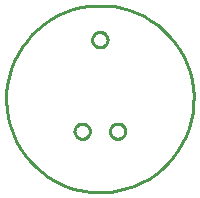
<source format=gbr>
G04 EAGLE Gerber RS-274X export*
G75*
%MOMM*%
%FSLAX34Y34*%
%LPD*%
%IN*%
%IPPOS*%
%AMOC8*
5,1,8,0,0,1.08239X$1,22.5*%
G01*
%ADD10C,0.254000*%


D10*
X-9090Y-78780D02*
X9090Y-78780D01*
X15922Y-77688D01*
X22632Y-76005D01*
X29170Y-73743D01*
X35486Y-70920D01*
X41532Y-67557D01*
X47262Y-63680D01*
X52632Y-59319D01*
X57602Y-54506D01*
X62133Y-49278D01*
X66192Y-43675D01*
X69747Y-37740D01*
X72770Y-31518D01*
X75241Y-25056D01*
X77138Y-18403D01*
X78448Y-11610D01*
X79162Y-4728D01*
X79272Y2189D01*
X78780Y9090D01*
X77688Y15922D01*
X76005Y22632D01*
X73743Y29170D01*
X70920Y35486D01*
X67557Y41532D01*
X63680Y47262D01*
X59319Y52632D01*
X54506Y57602D01*
X49278Y62133D01*
X43675Y66192D01*
X37740Y69747D01*
X31518Y72770D01*
X25056Y75241D01*
X18403Y77138D01*
X11610Y78448D01*
X9090Y78780D01*
X-9090Y78780D01*
X-15922Y77688D01*
X-22632Y76005D01*
X-29170Y73743D01*
X-35486Y70920D01*
X-41532Y67557D01*
X-47262Y63680D01*
X-52632Y59319D01*
X-57602Y54506D01*
X-62133Y49278D01*
X-66192Y43675D01*
X-69747Y37740D01*
X-72770Y31518D01*
X-75241Y25056D01*
X-77138Y18403D01*
X-78448Y11610D01*
X-79162Y4728D01*
X-79272Y-2189D01*
X-78780Y-9090D01*
X-77688Y-15922D01*
X-76005Y-22632D01*
X-73743Y-29170D01*
X-70920Y-35486D01*
X-67557Y-41532D01*
X-63680Y-47262D01*
X-59319Y-52632D01*
X-54506Y-57602D01*
X-49278Y-62133D01*
X-43675Y-66192D01*
X-37740Y-69747D01*
X-31518Y-72770D01*
X-25056Y-75241D01*
X-18403Y-77138D01*
X-11610Y-78448D01*
X-9090Y-78780D01*
X-8500Y-27819D02*
X-8563Y-28455D01*
X-8687Y-29081D01*
X-8873Y-29692D01*
X-9117Y-30282D01*
X-9418Y-30846D01*
X-9773Y-31377D01*
X-10178Y-31870D01*
X-10630Y-32322D01*
X-11123Y-32727D01*
X-11654Y-33082D01*
X-12218Y-33383D01*
X-12808Y-33627D01*
X-13419Y-33813D01*
X-14045Y-33937D01*
X-14681Y-34000D01*
X-15319Y-34000D01*
X-15955Y-33937D01*
X-16581Y-33813D01*
X-17192Y-33627D01*
X-17782Y-33383D01*
X-18346Y-33082D01*
X-18877Y-32727D01*
X-19370Y-32322D01*
X-19822Y-31870D01*
X-20227Y-31377D01*
X-20582Y-30846D01*
X-20883Y-30282D01*
X-21127Y-29692D01*
X-21313Y-29081D01*
X-21437Y-28455D01*
X-21500Y-27819D01*
X-21500Y-27181D01*
X-21437Y-26545D01*
X-21313Y-25919D01*
X-21127Y-25308D01*
X-20883Y-24718D01*
X-20582Y-24154D01*
X-20227Y-23623D01*
X-19822Y-23130D01*
X-19370Y-22678D01*
X-18877Y-22273D01*
X-18346Y-21918D01*
X-17782Y-21617D01*
X-17192Y-21373D01*
X-16581Y-21187D01*
X-15955Y-21063D01*
X-15319Y-21000D01*
X-14681Y-21000D01*
X-14045Y-21063D01*
X-13419Y-21187D01*
X-12808Y-21373D01*
X-12218Y-21617D01*
X-11654Y-21918D01*
X-11123Y-22273D01*
X-10630Y-22678D01*
X-10178Y-23130D01*
X-9773Y-23623D01*
X-9418Y-24154D01*
X-9117Y-24718D01*
X-8873Y-25308D01*
X-8687Y-25919D01*
X-8563Y-26545D01*
X-8500Y-27181D01*
X-8500Y-27819D01*
X21500Y-27819D02*
X21437Y-28455D01*
X21313Y-29081D01*
X21127Y-29692D01*
X20883Y-30282D01*
X20582Y-30846D01*
X20227Y-31377D01*
X19822Y-31870D01*
X19370Y-32322D01*
X18877Y-32727D01*
X18346Y-33082D01*
X17782Y-33383D01*
X17192Y-33627D01*
X16581Y-33813D01*
X15955Y-33937D01*
X15319Y-34000D01*
X14681Y-34000D01*
X14045Y-33937D01*
X13419Y-33813D01*
X12808Y-33627D01*
X12218Y-33383D01*
X11654Y-33082D01*
X11123Y-32727D01*
X10630Y-32322D01*
X10178Y-31870D01*
X9773Y-31377D01*
X9418Y-30846D01*
X9117Y-30282D01*
X8873Y-29692D01*
X8687Y-29081D01*
X8563Y-28455D01*
X8500Y-27819D01*
X8500Y-27181D01*
X8563Y-26545D01*
X8687Y-25919D01*
X8873Y-25308D01*
X9117Y-24718D01*
X9418Y-24154D01*
X9773Y-23623D01*
X10178Y-23130D01*
X10630Y-22678D01*
X11123Y-22273D01*
X11654Y-21918D01*
X12218Y-21617D01*
X12808Y-21373D01*
X13419Y-21187D01*
X14045Y-21063D01*
X14681Y-21000D01*
X15319Y-21000D01*
X15955Y-21063D01*
X16581Y-21187D01*
X17192Y-21373D01*
X17782Y-21617D01*
X18346Y-21918D01*
X18877Y-22273D01*
X19370Y-22678D01*
X19822Y-23130D01*
X20227Y-23623D01*
X20582Y-24154D01*
X20883Y-24718D01*
X21127Y-25308D01*
X21313Y-25919D01*
X21437Y-26545D01*
X21500Y-27181D01*
X21500Y-27819D01*
X6500Y49681D02*
X6437Y49045D01*
X6313Y48419D01*
X6127Y47808D01*
X5883Y47218D01*
X5582Y46654D01*
X5227Y46123D01*
X4822Y45630D01*
X4370Y45178D01*
X3877Y44773D01*
X3346Y44418D01*
X2782Y44117D01*
X2192Y43873D01*
X1581Y43687D01*
X955Y43563D01*
X319Y43500D01*
X-319Y43500D01*
X-955Y43563D01*
X-1581Y43687D01*
X-2192Y43873D01*
X-2782Y44117D01*
X-3346Y44418D01*
X-3877Y44773D01*
X-4370Y45178D01*
X-4822Y45630D01*
X-5227Y46123D01*
X-5582Y46654D01*
X-5883Y47218D01*
X-6127Y47808D01*
X-6313Y48419D01*
X-6437Y49045D01*
X-6500Y49681D01*
X-6500Y50319D01*
X-6437Y50955D01*
X-6313Y51581D01*
X-6127Y52192D01*
X-5883Y52782D01*
X-5582Y53346D01*
X-5227Y53877D01*
X-4822Y54370D01*
X-4370Y54822D01*
X-3877Y55227D01*
X-3346Y55582D01*
X-2782Y55883D01*
X-2192Y56127D01*
X-1581Y56313D01*
X-955Y56437D01*
X-319Y56500D01*
X319Y56500D01*
X955Y56437D01*
X1581Y56313D01*
X2192Y56127D01*
X2782Y55883D01*
X3346Y55582D01*
X3877Y55227D01*
X4370Y54822D01*
X4822Y54370D01*
X5227Y53877D01*
X5582Y53346D01*
X5883Y52782D01*
X6127Y52192D01*
X6313Y51581D01*
X6437Y50955D01*
X6500Y50319D01*
X6500Y49681D01*
M02*

</source>
